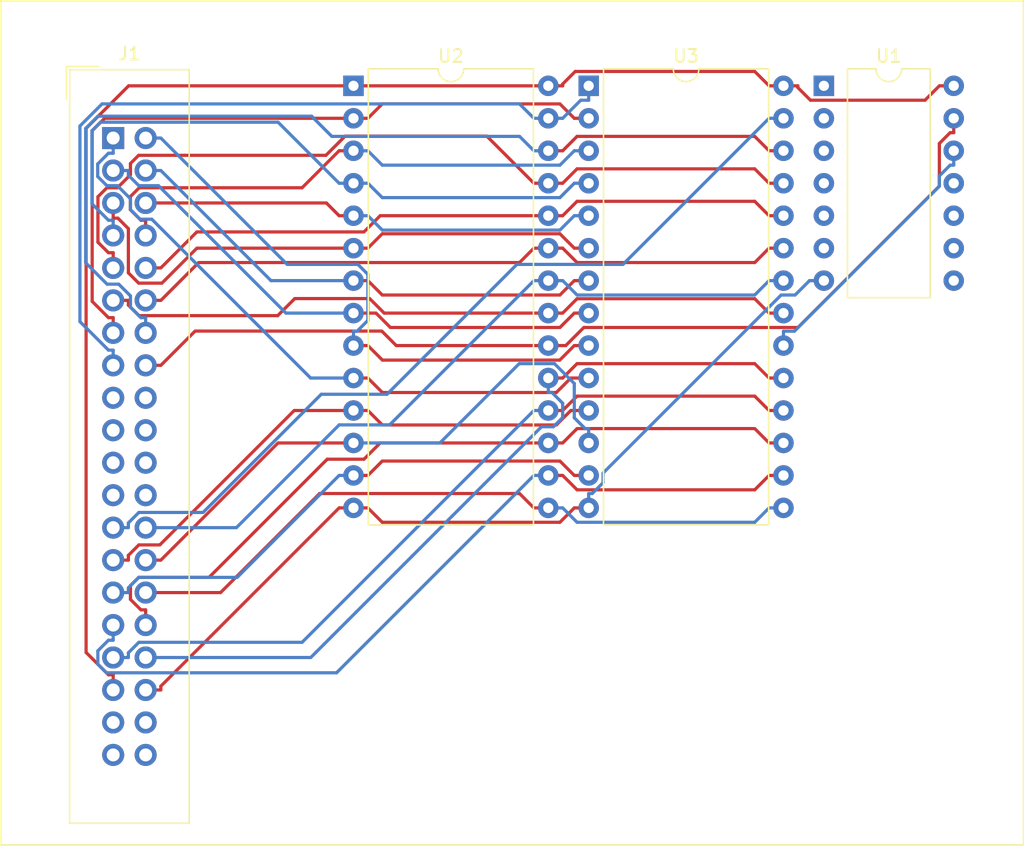
<source format=kicad_pcb>
(kicad_pcb (version 20171130) (host pcbnew "(5.1.0)-1")

  (general
    (thickness 1.6)
    (drawings 4)
    (tracks 363)
    (zones 0)
    (modules 4)
    (nets 52)
  )

  (page A4)
  (layers
    (0 F.Cu signal)
    (31 B.Cu signal)
    (32 B.Adhes user)
    (33 F.Adhes user)
    (34 B.Paste user)
    (35 F.Paste user)
    (36 B.SilkS user)
    (37 F.SilkS user)
    (38 B.Mask user)
    (39 F.Mask user)
    (40 Dwgs.User user)
    (41 Cmts.User user)
    (42 Eco1.User user)
    (43 Eco2.User user)
    (44 Edge.Cuts user)
    (45 Margin user)
    (46 B.CrtYd user)
    (47 F.CrtYd user)
    (48 B.Fab user)
    (49 F.Fab user)
  )

  (setup
    (last_trace_width 0.25)
    (trace_clearance 0.2)
    (zone_clearance 0.508)
    (zone_45_only no)
    (trace_min 0.2)
    (via_size 0.8)
    (via_drill 0.4)
    (via_min_size 0.4)
    (via_min_drill 0.3)
    (uvia_size 0.3)
    (uvia_drill 0.1)
    (uvias_allowed no)
    (uvia_min_size 0.2)
    (uvia_min_drill 0.1)
    (edge_width 0.05)
    (segment_width 0.2)
    (pcb_text_width 0.3)
    (pcb_text_size 1.5 1.5)
    (mod_edge_width 0.12)
    (mod_text_size 1 1)
    (mod_text_width 0.15)
    (pad_size 1.524 1.524)
    (pad_drill 0.762)
    (pad_to_mask_clearance 0.051)
    (solder_mask_min_width 0.25)
    (aux_axis_origin 0 0)
    (visible_elements 7FFFFFFF)
    (pcbplotparams
      (layerselection 0x010fc_ffffffff)
      (usegerberextensions false)
      (usegerberattributes false)
      (usegerberadvancedattributes false)
      (creategerberjobfile false)
      (excludeedgelayer true)
      (linewidth 0.100000)
      (plotframeref false)
      (viasonmask false)
      (mode 1)
      (useauxorigin false)
      (hpglpennumber 1)
      (hpglpenspeed 20)
      (hpglpendiameter 15.000000)
      (psnegative false)
      (psa4output false)
      (plotreference true)
      (plotvalue true)
      (plotinvisibletext false)
      (padsonsilk false)
      (subtractmaskfromsilk false)
      (outputformat 1)
      (mirror false)
      (drillshape 1)
      (scaleselection 1)
      (outputdirectory ""))
  )

  (net 0 "")
  (net 1 "Net-(J1-Pad40)")
  (net 2 "Net-(J1-Pad39)")
  (net 3 "Net-(J1-Pad38)")
  (net 4 "Net-(J1-Pad37)")
  (net 5 "Net-(J1-Pad36)")
  (net 6 "Net-(J1-Pad35)")
  (net 7 "Net-(J1-Pad34)")
  (net 8 "Net-(J1-Pad33)")
  (net 9 "Net-(J1-Pad32)")
  (net 10 "Net-(J1-Pad31)")
  (net 11 "Net-(J1-Pad30)")
  (net 12 "Net-(J1-Pad29)")
  (net 13 "Net-(J1-Pad28)")
  (net 14 "Net-(J1-Pad27)")
  (net 15 "Net-(J1-Pad26)")
  (net 16 "Net-(J1-Pad25)")
  (net 17 "Net-(J1-Pad24)")
  (net 18 "Net-(J1-Pad23)")
  (net 19 "Net-(J1-Pad22)")
  (net 20 "Net-(J1-Pad21)")
  (net 21 "Net-(J1-Pad20)")
  (net 22 "Net-(J1-Pad19)")
  (net 23 "Net-(J1-Pad18)")
  (net 24 "Net-(J1-Pad17)")
  (net 25 "Net-(J1-Pad16)")
  (net 26 "Net-(J1-Pad15)")
  (net 27 "Net-(J1-Pad14)")
  (net 28 "Net-(J1-Pad13)")
  (net 29 "Net-(J1-Pad12)")
  (net 30 "Net-(J1-Pad11)")
  (net 31 "Net-(J1-Pad10)")
  (net 32 "Net-(J1-Pad9)")
  (net 33 "Net-(J1-Pad8)")
  (net 34 "Net-(J1-Pad7)")
  (net 35 "Net-(J1-Pad6)")
  (net 36 "Net-(J1-Pad5)")
  (net 37 "Net-(J1-Pad4)")
  (net 38 "Net-(J1-Pad3)")
  (net 39 "Net-(J1-Pad2)")
  (net 40 "Net-(J1-Pad1)")
  (net 41 "Net-(U1-Pad6)")
  (net 42 "Net-(U1-Pad12)")
  (net 43 "Net-(U1-Pad5)")
  (net 44 "Net-(U1-Pad11)")
  (net 45 "Net-(U1-Pad4)")
  (net 46 "Net-(U1-Pad10)")
  (net 47 "Net-(U1-Pad3)")
  (net 48 "Net-(U1-Pad9)")
  (net 49 "Net-(U1-Pad2)")
  (net 50 "Net-(U1-Pad8)")
  (net 51 "Net-(U1-Pad1)")

  (net_class Default "This is the default net class."
    (clearance 0.2)
    (trace_width 0.25)
    (via_dia 0.8)
    (via_drill 0.4)
    (uvia_dia 0.3)
    (uvia_drill 0.1)
    (add_net "Net-(J1-Pad1)")
    (add_net "Net-(J1-Pad10)")
    (add_net "Net-(J1-Pad11)")
    (add_net "Net-(J1-Pad12)")
    (add_net "Net-(J1-Pad13)")
    (add_net "Net-(J1-Pad14)")
    (add_net "Net-(J1-Pad15)")
    (add_net "Net-(J1-Pad16)")
    (add_net "Net-(J1-Pad17)")
    (add_net "Net-(J1-Pad18)")
    (add_net "Net-(J1-Pad19)")
    (add_net "Net-(J1-Pad2)")
    (add_net "Net-(J1-Pad20)")
    (add_net "Net-(J1-Pad21)")
    (add_net "Net-(J1-Pad22)")
    (add_net "Net-(J1-Pad23)")
    (add_net "Net-(J1-Pad24)")
    (add_net "Net-(J1-Pad25)")
    (add_net "Net-(J1-Pad26)")
    (add_net "Net-(J1-Pad27)")
    (add_net "Net-(J1-Pad28)")
    (add_net "Net-(J1-Pad29)")
    (add_net "Net-(J1-Pad3)")
    (add_net "Net-(J1-Pad30)")
    (add_net "Net-(J1-Pad31)")
    (add_net "Net-(J1-Pad32)")
    (add_net "Net-(J1-Pad33)")
    (add_net "Net-(J1-Pad34)")
    (add_net "Net-(J1-Pad35)")
    (add_net "Net-(J1-Pad36)")
    (add_net "Net-(J1-Pad37)")
    (add_net "Net-(J1-Pad38)")
    (add_net "Net-(J1-Pad39)")
    (add_net "Net-(J1-Pad4)")
    (add_net "Net-(J1-Pad40)")
    (add_net "Net-(J1-Pad5)")
    (add_net "Net-(J1-Pad6)")
    (add_net "Net-(J1-Pad7)")
    (add_net "Net-(J1-Pad8)")
    (add_net "Net-(J1-Pad9)")
    (add_net "Net-(U1-Pad1)")
    (add_net "Net-(U1-Pad10)")
    (add_net "Net-(U1-Pad11)")
    (add_net "Net-(U1-Pad12)")
    (add_net "Net-(U1-Pad2)")
    (add_net "Net-(U1-Pad3)")
    (add_net "Net-(U1-Pad4)")
    (add_net "Net-(U1-Pad5)")
    (add_net "Net-(U1-Pad6)")
    (add_net "Net-(U1-Pad8)")
    (add_net "Net-(U1-Pad9)")
  )

  (module Package_DIP:DIP-28_W15.24mm (layer F.Cu) (tedit 5A02E8C5) (tstamp 5CDA1503)
    (at 65.045 25.705)
    (descr "28-lead though-hole mounted DIP package, row spacing 15.24 mm (600 mils)")
    (tags "THT DIP DIL PDIP 2.54mm 15.24mm 600mil")
    (path /5CF013FF)
    (fp_text reference U3 (at 7.62 -2.33) (layer F.SilkS)
      (effects (font (size 1 1) (thickness 0.15)))
    )
    (fp_text value KM62256D (at 7.62 35.35) (layer F.Fab)
      (effects (font (size 1 1) (thickness 0.15)))
    )
    (fp_text user %R (at 7.62 16.51) (layer F.Fab)
      (effects (font (size 1 1) (thickness 0.15)))
    )
    (fp_line (start 16.3 -1.55) (end -1.05 -1.55) (layer F.CrtYd) (width 0.05))
    (fp_line (start 16.3 34.55) (end 16.3 -1.55) (layer F.CrtYd) (width 0.05))
    (fp_line (start -1.05 34.55) (end 16.3 34.55) (layer F.CrtYd) (width 0.05))
    (fp_line (start -1.05 -1.55) (end -1.05 34.55) (layer F.CrtYd) (width 0.05))
    (fp_line (start 14.08 -1.33) (end 8.62 -1.33) (layer F.SilkS) (width 0.12))
    (fp_line (start 14.08 34.35) (end 14.08 -1.33) (layer F.SilkS) (width 0.12))
    (fp_line (start 1.16 34.35) (end 14.08 34.35) (layer F.SilkS) (width 0.12))
    (fp_line (start 1.16 -1.33) (end 1.16 34.35) (layer F.SilkS) (width 0.12))
    (fp_line (start 6.62 -1.33) (end 1.16 -1.33) (layer F.SilkS) (width 0.12))
    (fp_line (start 0.255 -0.27) (end 1.255 -1.27) (layer F.Fab) (width 0.1))
    (fp_line (start 0.255 34.29) (end 0.255 -0.27) (layer F.Fab) (width 0.1))
    (fp_line (start 14.985 34.29) (end 0.255 34.29) (layer F.Fab) (width 0.1))
    (fp_line (start 14.985 -1.27) (end 14.985 34.29) (layer F.Fab) (width 0.1))
    (fp_line (start 1.255 -1.27) (end 14.985 -1.27) (layer F.Fab) (width 0.1))
    (fp_arc (start 7.62 -1.33) (end 6.62 -1.33) (angle -180) (layer F.SilkS) (width 0.12))
    (pad 28 thru_hole oval (at 15.24 0) (size 1.6 1.6) (drill 0.8) (layers *.Cu *.Mask)
      (net 6 "Net-(J1-Pad35)"))
    (pad 14 thru_hole oval (at 0 33.02) (size 1.6 1.6) (drill 0.8) (layers *.Cu *.Mask)
      (net 5 "Net-(J1-Pad36)"))
    (pad 27 thru_hole oval (at 15.24 2.54) (size 1.6 1.6) (drill 0.8) (layers *.Cu *.Mask)
      (net 16 "Net-(J1-Pad25)"))
    (pad 13 thru_hole oval (at 0 30.48) (size 1.6 1.6) (drill 0.8) (layers *.Cu *.Mask)
      (net 12 "Net-(J1-Pad29)"))
    (pad 26 thru_hole oval (at 15.24 5.08) (size 1.6 1.6) (drill 0.8) (layers *.Cu *.Mask)
      (net 27 "Net-(J1-Pad14)"))
    (pad 12 thru_hole oval (at 0 27.94) (size 1.6 1.6) (drill 0.8) (layers *.Cu *.Mask)
      (net 13 "Net-(J1-Pad28)"))
    (pad 25 thru_hole oval (at 15.24 7.62) (size 1.6 1.6) (drill 0.8) (layers *.Cu *.Mask)
      (net 32 "Net-(J1-Pad9)"))
    (pad 11 thru_hole oval (at 0 25.4) (size 1.6 1.6) (drill 0.8) (layers *.Cu *.Mask)
      (net 14 "Net-(J1-Pad27)"))
    (pad 24 thru_hole oval (at 15.24 10.16) (size 1.6 1.6) (drill 0.8) (layers *.Cu *.Mask)
      (net 31 "Net-(J1-Pad10)"))
    (pad 10 thru_hole oval (at 0 22.86) (size 1.6 1.6) (drill 0.8) (layers *.Cu *.Mask)
      (net 40 "Net-(J1-Pad1)"))
    (pad 23 thru_hole oval (at 15.24 12.7) (size 1.6 1.6) (drill 0.8) (layers *.Cu *.Mask)
      (net 29 "Net-(J1-Pad12)"))
    (pad 9 thru_hole oval (at 0 20.32) (size 1.6 1.6) (drill 0.8) (layers *.Cu *.Mask)
      (net 39 "Net-(J1-Pad2)"))
    (pad 22 thru_hole oval (at 15.24 15.24) (size 1.6 1.6) (drill 0.8) (layers *.Cu *.Mask)
      (net 15 "Net-(J1-Pad26)"))
    (pad 8 thru_hole oval (at 0 17.78) (size 1.6 1.6) (drill 0.8) (layers *.Cu *.Mask)
      (net 38 "Net-(J1-Pad3)"))
    (pad 21 thru_hole oval (at 15.24 17.78) (size 1.6 1.6) (drill 0.8) (layers *.Cu *.Mask)
      (net 30 "Net-(J1-Pad11)"))
    (pad 7 thru_hole oval (at 0 15.24) (size 1.6 1.6) (drill 0.8) (layers *.Cu *.Mask)
      (net 37 "Net-(J1-Pad4)"))
    (pad 20 thru_hole oval (at 15.24 20.32) (size 1.6 1.6) (drill 0.8) (layers *.Cu *.Mask)
      (net 42 "Net-(U1-Pad12)"))
    (pad 6 thru_hole oval (at 0 12.7) (size 1.6 1.6) (drill 0.8) (layers *.Cu *.Mask)
      (net 36 "Net-(J1-Pad5)"))
    (pad 19 thru_hole oval (at 15.24 22.86) (size 1.6 1.6) (drill 0.8) (layers *.Cu *.Mask)
      (net 7 "Net-(J1-Pad34)"))
    (pad 5 thru_hole oval (at 0 10.16) (size 1.6 1.6) (drill 0.8) (layers *.Cu *.Mask)
      (net 35 "Net-(J1-Pad6)"))
    (pad 18 thru_hole oval (at 15.24 25.4) (size 1.6 1.6) (drill 0.8) (layers *.Cu *.Mask)
      (net 8 "Net-(J1-Pad33)"))
    (pad 4 thru_hole oval (at 0 7.62) (size 1.6 1.6) (drill 0.8) (layers *.Cu *.Mask)
      (net 34 "Net-(J1-Pad7)"))
    (pad 17 thru_hole oval (at 15.24 27.94) (size 1.6 1.6) (drill 0.8) (layers *.Cu *.Mask)
      (net 9 "Net-(J1-Pad32)"))
    (pad 3 thru_hole oval (at 0 5.08) (size 1.6 1.6) (drill 0.8) (layers *.Cu *.Mask)
      (net 33 "Net-(J1-Pad8)"))
    (pad 16 thru_hole oval (at 15.24 30.48) (size 1.6 1.6) (drill 0.8) (layers *.Cu *.Mask)
      (net 10 "Net-(J1-Pad31)"))
    (pad 2 thru_hole oval (at 0 2.54) (size 1.6 1.6) (drill 0.8) (layers *.Cu *.Mask)
      (net 28 "Net-(J1-Pad13)"))
    (pad 15 thru_hole oval (at 15.24 33.02) (size 1.6 1.6) (drill 0.8) (layers *.Cu *.Mask)
      (net 11 "Net-(J1-Pad30)"))
    (pad 1 thru_hole rect (at 0 0) (size 1.6 1.6) (drill 0.8) (layers *.Cu *.Mask)
      (net 26 "Net-(J1-Pad15)"))
    (model ${KISYS3DMOD}/Package_DIP.3dshapes/DIP-28_W15.24mm.wrl
      (at (xyz 0 0 0))
      (scale (xyz 1 1 1))
      (rotate (xyz 0 0 0))
    )
  )

  (module Package_DIP:DIP-28_W15.24mm (layer F.Cu) (tedit 5A02E8C5) (tstamp 5CDA14D3)
    (at 46.645 25.705)
    (descr "28-lead though-hole mounted DIP package, row spacing 15.24 mm (600 mils)")
    (tags "THT DIP DIL PDIP 2.54mm 15.24mm 600mil")
    (path /5CEFC3F3)
    (fp_text reference U2 (at 7.62 -2.33) (layer F.SilkS)
      (effects (font (size 1 1) (thickness 0.15)))
    )
    (fp_text value 27C256 (at 7.62 35.35) (layer F.Fab)
      (effects (font (size 1 1) (thickness 0.15)))
    )
    (fp_text user %R (at 7.62 16.51) (layer F.Fab)
      (effects (font (size 1 1) (thickness 0.15)))
    )
    (fp_line (start 16.3 -1.55) (end -1.05 -1.55) (layer F.CrtYd) (width 0.05))
    (fp_line (start 16.3 34.55) (end 16.3 -1.55) (layer F.CrtYd) (width 0.05))
    (fp_line (start -1.05 34.55) (end 16.3 34.55) (layer F.CrtYd) (width 0.05))
    (fp_line (start -1.05 -1.55) (end -1.05 34.55) (layer F.CrtYd) (width 0.05))
    (fp_line (start 14.08 -1.33) (end 8.62 -1.33) (layer F.SilkS) (width 0.12))
    (fp_line (start 14.08 34.35) (end 14.08 -1.33) (layer F.SilkS) (width 0.12))
    (fp_line (start 1.16 34.35) (end 14.08 34.35) (layer F.SilkS) (width 0.12))
    (fp_line (start 1.16 -1.33) (end 1.16 34.35) (layer F.SilkS) (width 0.12))
    (fp_line (start 6.62 -1.33) (end 1.16 -1.33) (layer F.SilkS) (width 0.12))
    (fp_line (start 0.255 -0.27) (end 1.255 -1.27) (layer F.Fab) (width 0.1))
    (fp_line (start 0.255 34.29) (end 0.255 -0.27) (layer F.Fab) (width 0.1))
    (fp_line (start 14.985 34.29) (end 0.255 34.29) (layer F.Fab) (width 0.1))
    (fp_line (start 14.985 -1.27) (end 14.985 34.29) (layer F.Fab) (width 0.1))
    (fp_line (start 1.255 -1.27) (end 14.985 -1.27) (layer F.Fab) (width 0.1))
    (fp_arc (start 7.62 -1.33) (end 6.62 -1.33) (angle -180) (layer F.SilkS) (width 0.12))
    (pad 28 thru_hole oval (at 15.24 0) (size 1.6 1.6) (drill 0.8) (layers *.Cu *.Mask)
      (net 6 "Net-(J1-Pad35)"))
    (pad 14 thru_hole oval (at 0 33.02) (size 1.6 1.6) (drill 0.8) (layers *.Cu *.Mask)
      (net 5 "Net-(J1-Pad36)"))
    (pad 27 thru_hole oval (at 15.24 2.54) (size 1.6 1.6) (drill 0.8) (layers *.Cu *.Mask)
      (net 26 "Net-(J1-Pad15)"))
    (pad 13 thru_hole oval (at 0 30.48) (size 1.6 1.6) (drill 0.8) (layers *.Cu *.Mask)
      (net 12 "Net-(J1-Pad29)"))
    (pad 26 thru_hole oval (at 15.24 5.08) (size 1.6 1.6) (drill 0.8) (layers *.Cu *.Mask)
      (net 27 "Net-(J1-Pad14)"))
    (pad 12 thru_hole oval (at 0 27.94) (size 1.6 1.6) (drill 0.8) (layers *.Cu *.Mask)
      (net 13 "Net-(J1-Pad28)"))
    (pad 25 thru_hole oval (at 15.24 7.62) (size 1.6 1.6) (drill 0.8) (layers *.Cu *.Mask)
      (net 32 "Net-(J1-Pad9)"))
    (pad 11 thru_hole oval (at 0 25.4) (size 1.6 1.6) (drill 0.8) (layers *.Cu *.Mask)
      (net 14 "Net-(J1-Pad27)"))
    (pad 24 thru_hole oval (at 15.24 10.16) (size 1.6 1.6) (drill 0.8) (layers *.Cu *.Mask)
      (net 31 "Net-(J1-Pad10)"))
    (pad 10 thru_hole oval (at 0 22.86) (size 1.6 1.6) (drill 0.8) (layers *.Cu *.Mask)
      (net 40 "Net-(J1-Pad1)"))
    (pad 23 thru_hole oval (at 15.24 12.7) (size 1.6 1.6) (drill 0.8) (layers *.Cu *.Mask)
      (net 29 "Net-(J1-Pad12)"))
    (pad 9 thru_hole oval (at 0 20.32) (size 1.6 1.6) (drill 0.8) (layers *.Cu *.Mask)
      (net 39 "Net-(J1-Pad2)"))
    (pad 22 thru_hole oval (at 15.24 15.24) (size 1.6 1.6) (drill 0.8) (layers *.Cu *.Mask)
      (net 15 "Net-(J1-Pad26)"))
    (pad 8 thru_hole oval (at 0 17.78) (size 1.6 1.6) (drill 0.8) (layers *.Cu *.Mask)
      (net 38 "Net-(J1-Pad3)"))
    (pad 21 thru_hole oval (at 15.24 17.78) (size 1.6 1.6) (drill 0.8) (layers *.Cu *.Mask)
      (net 30 "Net-(J1-Pad11)"))
    (pad 7 thru_hole oval (at 0 15.24) (size 1.6 1.6) (drill 0.8) (layers *.Cu *.Mask)
      (net 37 "Net-(J1-Pad4)"))
    (pad 20 thru_hole oval (at 15.24 20.32) (size 1.6 1.6) (drill 0.8) (layers *.Cu *.Mask)
      (net 25 "Net-(J1-Pad16)"))
    (pad 6 thru_hole oval (at 0 12.7) (size 1.6 1.6) (drill 0.8) (layers *.Cu *.Mask)
      (net 36 "Net-(J1-Pad5)"))
    (pad 19 thru_hole oval (at 15.24 22.86) (size 1.6 1.6) (drill 0.8) (layers *.Cu *.Mask)
      (net 7 "Net-(J1-Pad34)"))
    (pad 5 thru_hole oval (at 0 10.16) (size 1.6 1.6) (drill 0.8) (layers *.Cu *.Mask)
      (net 35 "Net-(J1-Pad6)"))
    (pad 18 thru_hole oval (at 15.24 25.4) (size 1.6 1.6) (drill 0.8) (layers *.Cu *.Mask)
      (net 8 "Net-(J1-Pad33)"))
    (pad 4 thru_hole oval (at 0 7.62) (size 1.6 1.6) (drill 0.8) (layers *.Cu *.Mask)
      (net 34 "Net-(J1-Pad7)"))
    (pad 17 thru_hole oval (at 15.24 27.94) (size 1.6 1.6) (drill 0.8) (layers *.Cu *.Mask)
      (net 9 "Net-(J1-Pad32)"))
    (pad 3 thru_hole oval (at 0 5.08) (size 1.6 1.6) (drill 0.8) (layers *.Cu *.Mask)
      (net 33 "Net-(J1-Pad8)"))
    (pad 16 thru_hole oval (at 15.24 30.48) (size 1.6 1.6) (drill 0.8) (layers *.Cu *.Mask)
      (net 10 "Net-(J1-Pad31)"))
    (pad 2 thru_hole oval (at 0 2.54) (size 1.6 1.6) (drill 0.8) (layers *.Cu *.Mask)
      (net 28 "Net-(J1-Pad13)"))
    (pad 15 thru_hole oval (at 15.24 33.02) (size 1.6 1.6) (drill 0.8) (layers *.Cu *.Mask)
      (net 11 "Net-(J1-Pad30)"))
    (pad 1 thru_hole rect (at 0 0) (size 1.6 1.6) (drill 0.8) (layers *.Cu *.Mask)
      (net 6 "Net-(J1-Pad35)"))
    (model ${KISYS3DMOD}/Package_DIP.3dshapes/DIP-28_W15.24mm.wrl
      (at (xyz 0 0 0))
      (scale (xyz 1 1 1))
      (rotate (xyz 0 0 0))
    )
  )

  (module Package_DIP:DIP-14_W10.16mm (layer F.Cu) (tedit 5A02E8C5) (tstamp 5CDA14A3)
    (at 83.445 25.705)
    (descr "14-lead though-hole mounted DIP package, row spacing 10.16 mm (400 mils)")
    (tags "THT DIP DIL PDIP 2.54mm 10.16mm 400mil")
    (path /5D08B10C)
    (fp_text reference U1 (at 5.08 -2.33) (layer F.SilkS)
      (effects (font (size 1 1) (thickness 0.15)))
    )
    (fp_text value SN74LS04N (at 5.08 17.57) (layer F.Fab)
      (effects (font (size 1 1) (thickness 0.15)))
    )
    (fp_text user %R (at 5.08 7.62) (layer F.Fab)
      (effects (font (size 1 1) (thickness 0.15)))
    )
    (fp_line (start 11.25 -1.55) (end -1.05 -1.55) (layer F.CrtYd) (width 0.05))
    (fp_line (start 11.25 16.8) (end 11.25 -1.55) (layer F.CrtYd) (width 0.05))
    (fp_line (start -1.05 16.8) (end 11.25 16.8) (layer F.CrtYd) (width 0.05))
    (fp_line (start -1.05 -1.55) (end -1.05 16.8) (layer F.CrtYd) (width 0.05))
    (fp_line (start 8.315 -1.33) (end 6.08 -1.33) (layer F.SilkS) (width 0.12))
    (fp_line (start 8.315 16.57) (end 8.315 -1.33) (layer F.SilkS) (width 0.12))
    (fp_line (start 1.845 16.57) (end 8.315 16.57) (layer F.SilkS) (width 0.12))
    (fp_line (start 1.845 -1.33) (end 1.845 16.57) (layer F.SilkS) (width 0.12))
    (fp_line (start 4.08 -1.33) (end 1.845 -1.33) (layer F.SilkS) (width 0.12))
    (fp_line (start 1.905 -0.27) (end 2.905 -1.27) (layer F.Fab) (width 0.1))
    (fp_line (start 1.905 16.51) (end 1.905 -0.27) (layer F.Fab) (width 0.1))
    (fp_line (start 8.255 16.51) (end 1.905 16.51) (layer F.Fab) (width 0.1))
    (fp_line (start 8.255 -1.27) (end 8.255 16.51) (layer F.Fab) (width 0.1))
    (fp_line (start 2.905 -1.27) (end 8.255 -1.27) (layer F.Fab) (width 0.1))
    (fp_arc (start 5.08 -1.33) (end 4.08 -1.33) (angle -180) (layer F.SilkS) (width 0.12))
    (pad 14 thru_hole oval (at 10.16 0) (size 1.6 1.6) (drill 0.8) (layers *.Cu *.Mask)
      (net 6 "Net-(J1-Pad35)"))
    (pad 7 thru_hole oval (at 0 15.24) (size 1.6 1.6) (drill 0.8) (layers *.Cu *.Mask)
      (net 5 "Net-(J1-Pad36)"))
    (pad 13 thru_hole oval (at 10.16 2.54) (size 1.6 1.6) (drill 0.8) (layers *.Cu *.Mask)
      (net 25 "Net-(J1-Pad16)"))
    (pad 6 thru_hole oval (at 0 12.7) (size 1.6 1.6) (drill 0.8) (layers *.Cu *.Mask)
      (net 41 "Net-(U1-Pad6)"))
    (pad 12 thru_hole oval (at 10.16 5.08) (size 1.6 1.6) (drill 0.8) (layers *.Cu *.Mask)
      (net 42 "Net-(U1-Pad12)"))
    (pad 5 thru_hole oval (at 0 10.16) (size 1.6 1.6) (drill 0.8) (layers *.Cu *.Mask)
      (net 43 "Net-(U1-Pad5)"))
    (pad 11 thru_hole oval (at 10.16 7.62) (size 1.6 1.6) (drill 0.8) (layers *.Cu *.Mask)
      (net 44 "Net-(U1-Pad11)"))
    (pad 4 thru_hole oval (at 0 7.62) (size 1.6 1.6) (drill 0.8) (layers *.Cu *.Mask)
      (net 45 "Net-(U1-Pad4)"))
    (pad 10 thru_hole oval (at 10.16 10.16) (size 1.6 1.6) (drill 0.8) (layers *.Cu *.Mask)
      (net 46 "Net-(U1-Pad10)"))
    (pad 3 thru_hole oval (at 0 5.08) (size 1.6 1.6) (drill 0.8) (layers *.Cu *.Mask)
      (net 47 "Net-(U1-Pad3)"))
    (pad 9 thru_hole oval (at 10.16 12.7) (size 1.6 1.6) (drill 0.8) (layers *.Cu *.Mask)
      (net 48 "Net-(U1-Pad9)"))
    (pad 2 thru_hole oval (at 0 2.54) (size 1.6 1.6) (drill 0.8) (layers *.Cu *.Mask)
      (net 49 "Net-(U1-Pad2)"))
    (pad 8 thru_hole oval (at 10.16 15.24) (size 1.6 1.6) (drill 0.8) (layers *.Cu *.Mask)
      (net 50 "Net-(U1-Pad8)"))
    (pad 1 thru_hole rect (at 0 0) (size 1.6 1.6) (drill 0.8) (layers *.Cu *.Mask)
      (net 51 "Net-(U1-Pad1)"))
    (model ${KISYS3DMOD}/Package_DIP.3dshapes/DIP-14_W10.16mm.wrl
      (at (xyz 0 0 0))
      (scale (xyz 1 1 1))
      (rotate (xyz 0 0 0))
    )
  )

  (module Connector_IDC:IDC-Header_2x20_P2.54mm_Vertical (layer F.Cu) (tedit 59DE12BE) (tstamp 5CDA143B)
    (at 27.845 29.79)
    (descr "Through hole straight IDC box header, 2x20, 2.54mm pitch, double rows")
    (tags "Through hole IDC box header THT 2x20 2.54mm double row")
    (path /5CBB6996)
    (fp_text reference J1 (at 1.27 -6.604) (layer F.SilkS)
      (effects (font (size 1 1) (thickness 0.15)))
    )
    (fp_text value Conn_02x20_Odd_Even (at 1.27 54.864) (layer F.Fab)
      (effects (font (size 1 1) (thickness 0.15)))
    )
    (fp_line (start -3.655 -5.6) (end -1.115 -5.6) (layer F.SilkS) (width 0.12))
    (fp_line (start -3.655 -5.6) (end -3.655 -3.06) (layer F.SilkS) (width 0.12))
    (fp_line (start -3.405 -5.35) (end 5.945 -5.35) (layer F.SilkS) (width 0.12))
    (fp_line (start -3.405 53.61) (end -3.405 -5.35) (layer F.SilkS) (width 0.12))
    (fp_line (start 5.945 53.61) (end -3.405 53.61) (layer F.SilkS) (width 0.12))
    (fp_line (start 5.945 -5.35) (end 5.945 53.61) (layer F.SilkS) (width 0.12))
    (fp_line (start -3.41 -5.35) (end 5.95 -5.35) (layer F.CrtYd) (width 0.05))
    (fp_line (start -3.41 53.61) (end -3.41 -5.35) (layer F.CrtYd) (width 0.05))
    (fp_line (start 5.95 53.61) (end -3.41 53.61) (layer F.CrtYd) (width 0.05))
    (fp_line (start 5.95 -5.35) (end 5.95 53.61) (layer F.CrtYd) (width 0.05))
    (fp_line (start -3.155 53.36) (end -2.605 52.8) (layer F.Fab) (width 0.1))
    (fp_line (start -3.155 -5.1) (end -2.605 -4.56) (layer F.Fab) (width 0.1))
    (fp_line (start 5.695 53.36) (end 5.145 52.8) (layer F.Fab) (width 0.1))
    (fp_line (start 5.695 -5.1) (end 5.145 -4.56) (layer F.Fab) (width 0.1))
    (fp_line (start 5.145 52.8) (end -2.605 52.8) (layer F.Fab) (width 0.1))
    (fp_line (start 5.695 53.36) (end -3.155 53.36) (layer F.Fab) (width 0.1))
    (fp_line (start 5.145 -4.56) (end -2.605 -4.56) (layer F.Fab) (width 0.1))
    (fp_line (start 5.695 -5.1) (end -3.155 -5.1) (layer F.Fab) (width 0.1))
    (fp_line (start -2.605 26.38) (end -3.155 26.38) (layer F.Fab) (width 0.1))
    (fp_line (start -2.605 21.88) (end -3.155 21.88) (layer F.Fab) (width 0.1))
    (fp_line (start -2.605 26.38) (end -2.605 52.8) (layer F.Fab) (width 0.1))
    (fp_line (start -2.605 -4.56) (end -2.605 21.88) (layer F.Fab) (width 0.1))
    (fp_line (start -3.155 -5.1) (end -3.155 53.36) (layer F.Fab) (width 0.1))
    (fp_line (start 5.145 -4.56) (end 5.145 52.8) (layer F.Fab) (width 0.1))
    (fp_line (start 5.695 -5.1) (end 5.695 53.36) (layer F.Fab) (width 0.1))
    (fp_text user %R (at 1.27 24.13) (layer F.Fab)
      (effects (font (size 1 1) (thickness 0.15)))
    )
    (pad 40 thru_hole oval (at 2.54 48.26) (size 1.7272 1.7272) (drill 1.016) (layers *.Cu *.Mask)
      (net 1 "Net-(J1-Pad40)"))
    (pad 39 thru_hole oval (at 0 48.26) (size 1.7272 1.7272) (drill 1.016) (layers *.Cu *.Mask)
      (net 2 "Net-(J1-Pad39)"))
    (pad 38 thru_hole oval (at 2.54 45.72) (size 1.7272 1.7272) (drill 1.016) (layers *.Cu *.Mask)
      (net 3 "Net-(J1-Pad38)"))
    (pad 37 thru_hole oval (at 0 45.72) (size 1.7272 1.7272) (drill 1.016) (layers *.Cu *.Mask)
      (net 4 "Net-(J1-Pad37)"))
    (pad 36 thru_hole oval (at 2.54 43.18) (size 1.7272 1.7272) (drill 1.016) (layers *.Cu *.Mask)
      (net 5 "Net-(J1-Pad36)"))
    (pad 35 thru_hole oval (at 0 43.18) (size 1.7272 1.7272) (drill 1.016) (layers *.Cu *.Mask)
      (net 6 "Net-(J1-Pad35)"))
    (pad 34 thru_hole oval (at 2.54 40.64) (size 1.7272 1.7272) (drill 1.016) (layers *.Cu *.Mask)
      (net 7 "Net-(J1-Pad34)"))
    (pad 33 thru_hole oval (at 0 40.64) (size 1.7272 1.7272) (drill 1.016) (layers *.Cu *.Mask)
      (net 8 "Net-(J1-Pad33)"))
    (pad 32 thru_hole oval (at 2.54 38.1) (size 1.7272 1.7272) (drill 1.016) (layers *.Cu *.Mask)
      (net 9 "Net-(J1-Pad32)"))
    (pad 31 thru_hole oval (at 0 38.1) (size 1.7272 1.7272) (drill 1.016) (layers *.Cu *.Mask)
      (net 10 "Net-(J1-Pad31)"))
    (pad 30 thru_hole oval (at 2.54 35.56) (size 1.7272 1.7272) (drill 1.016) (layers *.Cu *.Mask)
      (net 11 "Net-(J1-Pad30)"))
    (pad 29 thru_hole oval (at 0 35.56) (size 1.7272 1.7272) (drill 1.016) (layers *.Cu *.Mask)
      (net 12 "Net-(J1-Pad29)"))
    (pad 28 thru_hole oval (at 2.54 33.02) (size 1.7272 1.7272) (drill 1.016) (layers *.Cu *.Mask)
      (net 13 "Net-(J1-Pad28)"))
    (pad 27 thru_hole oval (at 0 33.02) (size 1.7272 1.7272) (drill 1.016) (layers *.Cu *.Mask)
      (net 14 "Net-(J1-Pad27)"))
    (pad 26 thru_hole oval (at 2.54 30.48) (size 1.7272 1.7272) (drill 1.016) (layers *.Cu *.Mask)
      (net 15 "Net-(J1-Pad26)"))
    (pad 25 thru_hole oval (at 0 30.48) (size 1.7272 1.7272) (drill 1.016) (layers *.Cu *.Mask)
      (net 16 "Net-(J1-Pad25)"))
    (pad 24 thru_hole oval (at 2.54 27.94) (size 1.7272 1.7272) (drill 1.016) (layers *.Cu *.Mask)
      (net 17 "Net-(J1-Pad24)"))
    (pad 23 thru_hole oval (at 0 27.94) (size 1.7272 1.7272) (drill 1.016) (layers *.Cu *.Mask)
      (net 18 "Net-(J1-Pad23)"))
    (pad 22 thru_hole oval (at 2.54 25.4) (size 1.7272 1.7272) (drill 1.016) (layers *.Cu *.Mask)
      (net 19 "Net-(J1-Pad22)"))
    (pad 21 thru_hole oval (at 0 25.4) (size 1.7272 1.7272) (drill 1.016) (layers *.Cu *.Mask)
      (net 20 "Net-(J1-Pad21)"))
    (pad 20 thru_hole oval (at 2.54 22.86) (size 1.7272 1.7272) (drill 1.016) (layers *.Cu *.Mask)
      (net 21 "Net-(J1-Pad20)"))
    (pad 19 thru_hole oval (at 0 22.86) (size 1.7272 1.7272) (drill 1.016) (layers *.Cu *.Mask)
      (net 22 "Net-(J1-Pad19)"))
    (pad 18 thru_hole oval (at 2.54 20.32) (size 1.7272 1.7272) (drill 1.016) (layers *.Cu *.Mask)
      (net 23 "Net-(J1-Pad18)"))
    (pad 17 thru_hole oval (at 0 20.32) (size 1.7272 1.7272) (drill 1.016) (layers *.Cu *.Mask)
      (net 24 "Net-(J1-Pad17)"))
    (pad 16 thru_hole oval (at 2.54 17.78) (size 1.7272 1.7272) (drill 1.016) (layers *.Cu *.Mask)
      (net 25 "Net-(J1-Pad16)"))
    (pad 15 thru_hole oval (at 0 17.78) (size 1.7272 1.7272) (drill 1.016) (layers *.Cu *.Mask)
      (net 26 "Net-(J1-Pad15)"))
    (pad 14 thru_hole oval (at 2.54 15.24) (size 1.7272 1.7272) (drill 1.016) (layers *.Cu *.Mask)
      (net 27 "Net-(J1-Pad14)"))
    (pad 13 thru_hole oval (at 0 15.24) (size 1.7272 1.7272) (drill 1.016) (layers *.Cu *.Mask)
      (net 28 "Net-(J1-Pad13)"))
    (pad 12 thru_hole oval (at 2.54 12.7) (size 1.7272 1.7272) (drill 1.016) (layers *.Cu *.Mask)
      (net 29 "Net-(J1-Pad12)"))
    (pad 11 thru_hole oval (at 0 12.7) (size 1.7272 1.7272) (drill 1.016) (layers *.Cu *.Mask)
      (net 30 "Net-(J1-Pad11)"))
    (pad 10 thru_hole oval (at 2.54 10.16) (size 1.7272 1.7272) (drill 1.016) (layers *.Cu *.Mask)
      (net 31 "Net-(J1-Pad10)"))
    (pad 9 thru_hole oval (at 0 10.16) (size 1.7272 1.7272) (drill 1.016) (layers *.Cu *.Mask)
      (net 32 "Net-(J1-Pad9)"))
    (pad 8 thru_hole oval (at 2.54 7.62) (size 1.7272 1.7272) (drill 1.016) (layers *.Cu *.Mask)
      (net 33 "Net-(J1-Pad8)"))
    (pad 7 thru_hole oval (at 0 7.62) (size 1.7272 1.7272) (drill 1.016) (layers *.Cu *.Mask)
      (net 34 "Net-(J1-Pad7)"))
    (pad 6 thru_hole oval (at 2.54 5.08) (size 1.7272 1.7272) (drill 1.016) (layers *.Cu *.Mask)
      (net 35 "Net-(J1-Pad6)"))
    (pad 5 thru_hole oval (at 0 5.08) (size 1.7272 1.7272) (drill 1.016) (layers *.Cu *.Mask)
      (net 36 "Net-(J1-Pad5)"))
    (pad 4 thru_hole oval (at 2.54 2.54) (size 1.7272 1.7272) (drill 1.016) (layers *.Cu *.Mask)
      (net 37 "Net-(J1-Pad4)"))
    (pad 3 thru_hole oval (at 0 2.54) (size 1.7272 1.7272) (drill 1.016) (layers *.Cu *.Mask)
      (net 38 "Net-(J1-Pad3)"))
    (pad 2 thru_hole oval (at 2.54 0) (size 1.7272 1.7272) (drill 1.016) (layers *.Cu *.Mask)
      (net 39 "Net-(J1-Pad2)"))
    (pad 1 thru_hole rect (at 0 0) (size 1.7272 1.7272) (drill 1.016) (layers *.Cu *.Mask)
      (net 40 "Net-(J1-Pad1)"))
    (model ${KISYS3DMOD}/Connector_IDC.3dshapes/IDC-Header_2x20_P2.54mm_Vertical.wrl
      (at (xyz 0 0 0))
      (scale (xyz 1 1 1))
      (rotate (xyz 0 0 0))
    )
  )

  (gr_line (start 19.05 85.09) (end 19.05 19.05) (layer F.SilkS) (width 0.12) (tstamp 5CDA1583))
  (gr_line (start 99.06 85.09) (end 19.05 85.09) (layer F.SilkS) (width 0.12))
  (gr_line (start 99.06 19.05) (end 99.06 85.09) (layer F.SilkS) (width 0.12))
  (gr_line (start 19.05 19.05) (end 99.06 19.05) (layer F.SilkS) (width 0.12))

  (segment (start 30.385 72.97) (end 31.5739 72.97) (width 0.25) (layer F.Cu) (net 5))
  (segment (start 46.645 58.725) (end 47.7703 58.725) (width 0.25) (layer F.Cu) (net 5))
  (segment (start 46.645 58.725) (end 45.5197 58.725) (width 0.25) (layer F.Cu) (net 5))
  (segment (start 31.5739 72.97) (end 31.5739 72.6708) (width 0.25) (layer F.Cu) (net 5))
  (segment (start 31.5739 72.6708) (end 45.5197 58.725) (width 0.25) (layer F.Cu) (net 5))
  (segment (start 63.9197 58.725) (end 62.7944 59.8503) (width 0.25) (layer F.Cu) (net 5))
  (segment (start 62.7944 59.8503) (end 48.8956 59.8503) (width 0.25) (layer F.Cu) (net 5))
  (segment (start 48.8956 59.8503) (end 47.7703 58.725) (width 0.25) (layer F.Cu) (net 5))
  (segment (start 65.045 58.725) (end 65.045 57.5997) (width 0.25) (layer B.Cu) (net 5))
  (segment (start 83.445 40.945) (end 82.3197 40.945) (width 0.25) (layer B.Cu) (net 5))
  (segment (start 82.3197 40.945) (end 81.1944 42.0703) (width 0.25) (layer B.Cu) (net 5))
  (segment (start 81.1944 42.0703) (end 80.0994 42.0703) (width 0.25) (layer B.Cu) (net 5))
  (segment (start 80.0994 42.0703) (end 66.1703 55.9994) (width 0.25) (layer B.Cu) (net 5))
  (segment (start 66.1703 55.9994) (end 66.1703 56.7558) (width 0.25) (layer B.Cu) (net 5))
  (segment (start 66.1703 56.7558) (end 65.3264 57.5997) (width 0.25) (layer B.Cu) (net 5))
  (segment (start 65.3264 57.5997) (end 65.045 57.5997) (width 0.25) (layer B.Cu) (net 5))
  (segment (start 65.045 58.725) (end 63.9197 58.725) (width 0.25) (layer F.Cu) (net 5))
  (segment (start 27.845 72.97) (end 27.845 71.7811) (width 0.25) (layer F.Cu) (net 6))
  (segment (start 27.845 71.7811) (end 27.4735 71.7811) (width 0.25) (layer F.Cu) (net 6))
  (segment (start 27.4735 71.7811) (end 25.7255 70.0331) (width 0.25) (layer F.Cu) (net 6))
  (segment (start 25.7255 70.0331) (end 25.7255 29.032) (width 0.25) (layer F.Cu) (net 6))
  (segment (start 25.7255 29.032) (end 29.0525 25.705) (width 0.25) (layer F.Cu) (net 6))
  (segment (start 29.0525 25.705) (end 46.645 25.705) (width 0.25) (layer F.Cu) (net 6))
  (segment (start 61.885 25.705) (end 63.0103 25.705) (width 0.25) (layer F.Cu) (net 6))
  (segment (start 63.0103 25.705) (end 63.0103 25.5642) (width 0.25) (layer F.Cu) (net 6))
  (segment (start 63.0103 25.5642) (end 63.9948 24.5797) (width 0.25) (layer F.Cu) (net 6))
  (segment (start 63.9948 24.5797) (end 78.0344 24.5797) (width 0.25) (layer F.Cu) (net 6))
  (segment (start 78.0344 24.5797) (end 79.1597 25.705) (width 0.25) (layer F.Cu) (net 6))
  (segment (start 46.645 25.705) (end 61.885 25.705) (width 0.25) (layer F.Cu) (net 6))
  (segment (start 80.285 25.705) (end 79.1597 25.705) (width 0.25) (layer F.Cu) (net 6))
  (segment (start 80.285 25.705) (end 81.4103 25.705) (width 0.25) (layer F.Cu) (net 6))
  (segment (start 93.605 25.705) (end 92.4797 25.705) (width 0.25) (layer F.Cu) (net 6))
  (segment (start 92.4797 25.705) (end 91.3544 26.8303) (width 0.25) (layer F.Cu) (net 6))
  (segment (start 91.3544 26.8303) (end 82.3948 26.8303) (width 0.25) (layer F.Cu) (net 6))
  (segment (start 82.3948 26.8303) (end 81.4103 25.8458) (width 0.25) (layer F.Cu) (net 6))
  (segment (start 81.4103 25.8458) (end 81.4103 25.705) (width 0.25) (layer F.Cu) (net 6))
  (segment (start 61.885 49.6903) (end 62.1664 49.6903) (width 0.25) (layer B.Cu) (net 7))
  (segment (start 62.1664 49.6903) (end 63.0103 50.5342) (width 0.25) (layer B.Cu) (net 7))
  (segment (start 63.0103 50.5342) (end 63.0103 51.6515) (width 0.25) (layer B.Cu) (net 7))
  (segment (start 63.0103 51.6515) (end 62.2868 52.375) (width 0.25) (layer B.Cu) (net 7))
  (segment (start 62.2868 52.375) (end 61.3548 52.375) (width 0.25) (layer B.Cu) (net 7))
  (segment (start 61.3548 52.375) (end 43.2998 70.43) (width 0.25) (layer B.Cu) (net 7))
  (segment (start 43.2998 70.43) (end 30.385 70.43) (width 0.25) (layer B.Cu) (net 7))
  (segment (start 80.285 48.565) (end 79.1597 48.565) (width 0.25) (layer F.Cu) (net 7))
  (segment (start 61.885 48.565) (end 63.0103 48.565) (width 0.25) (layer F.Cu) (net 7))
  (segment (start 63.0103 48.565) (end 64.1356 47.4397) (width 0.25) (layer F.Cu) (net 7))
  (segment (start 64.1356 47.4397) (end 78.0344 47.4397) (width 0.25) (layer F.Cu) (net 7))
  (segment (start 78.0344 47.4397) (end 79.1597 48.565) (width 0.25) (layer F.Cu) (net 7))
  (segment (start 61.885 48.565) (end 61.885 49.6903) (width 0.25) (layer B.Cu) (net 7))
  (segment (start 61.885 51.105) (end 60.7597 51.105) (width 0.25) (layer B.Cu) (net 8))
  (segment (start 27.845 70.43) (end 29.0339 70.43) (width 0.25) (layer B.Cu) (net 8))
  (segment (start 29.0339 70.43) (end 29.0339 70.0584) (width 0.25) (layer B.Cu) (net 8))
  (segment (start 29.0339 70.0584) (end 29.8512 69.2411) (width 0.25) (layer B.Cu) (net 8))
  (segment (start 29.8512 69.2411) (end 42.6236 69.2411) (width 0.25) (layer B.Cu) (net 8))
  (segment (start 42.6236 69.2411) (end 60.7597 51.105) (width 0.25) (layer B.Cu) (net 8))
  (segment (start 80.285 51.105) (end 79.1597 51.105) (width 0.25) (layer F.Cu) (net 8))
  (segment (start 61.885 51.105) (end 63.0103 51.105) (width 0.25) (layer F.Cu) (net 8))
  (segment (start 63.0103 51.105) (end 64.1356 49.9797) (width 0.25) (layer F.Cu) (net 8))
  (segment (start 64.1356 49.9797) (end 78.0344 49.9797) (width 0.25) (layer F.Cu) (net 8))
  (segment (start 78.0344 49.9797) (end 79.1597 51.105) (width 0.25) (layer F.Cu) (net 8))
  (segment (start 30.385 67.89) (end 30.385 66.7011) (width 0.25) (layer F.Cu) (net 9))
  (segment (start 30.385 66.7011) (end 30.0135 66.7011) (width 0.25) (layer F.Cu) (net 9))
  (segment (start 30.0135 66.7011) (end 29.196 65.8836) (width 0.25) (layer F.Cu) (net 9))
  (segment (start 29.196 65.8836) (end 29.196 64.801) (width 0.25) (layer F.Cu) (net 9))
  (segment (start 29.196 64.801) (end 29.836 64.161) (width 0.25) (layer F.Cu) (net 9))
  (segment (start 29.836 64.161) (end 35.3444 64.161) (width 0.25) (layer F.Cu) (net 9))
  (segment (start 35.3444 64.161) (end 44.5904 54.915) (width 0.25) (layer F.Cu) (net 9))
  (segment (start 44.5904 54.915) (end 47.4647 54.915) (width 0.25) (layer F.Cu) (net 9))
  (segment (start 47.4647 54.915) (end 48.7347 53.645) (width 0.25) (layer F.Cu) (net 9))
  (segment (start 48.7347 53.645) (end 61.885 53.645) (width 0.25) (layer F.Cu) (net 9))
  (segment (start 80.285 53.645) (end 79.1597 53.645) (width 0.25) (layer F.Cu) (net 9))
  (segment (start 61.885 53.645) (end 63.0103 53.645) (width 0.25) (layer F.Cu) (net 9))
  (segment (start 63.0103 53.645) (end 64.1356 52.5197) (width 0.25) (layer F.Cu) (net 9))
  (segment (start 64.1356 52.5197) (end 78.0344 52.5197) (width 0.25) (layer F.Cu) (net 9))
  (segment (start 78.0344 52.5197) (end 79.1597 53.645) (width 0.25) (layer F.Cu) (net 9))
  (segment (start 61.885 56.185) (end 60.7597 56.185) (width 0.25) (layer B.Cu) (net 10))
  (segment (start 27.845 67.89) (end 27.845 69.0789) (width 0.25) (layer B.Cu) (net 10))
  (segment (start 27.845 69.0789) (end 27.4735 69.0789) (width 0.25) (layer B.Cu) (net 10))
  (segment (start 27.4735 69.0789) (end 26.6453 69.9071) (width 0.25) (layer B.Cu) (net 10))
  (segment (start 26.6453 69.9071) (end 26.6453 70.9492) (width 0.25) (layer B.Cu) (net 10))
  (segment (start 26.6453 70.9492) (end 27.3211 71.625) (width 0.25) (layer B.Cu) (net 10))
  (segment (start 27.3211 71.625) (end 45.3197 71.625) (width 0.25) (layer B.Cu) (net 10))
  (segment (start 45.3197 71.625) (end 60.7597 56.185) (width 0.25) (layer B.Cu) (net 10))
  (segment (start 61.885 56.185) (end 63.0103 56.185) (width 0.25) (layer F.Cu) (net 10))
  (segment (start 80.285 56.185) (end 79.1597 56.185) (width 0.25) (layer F.Cu) (net 10))
  (segment (start 79.1597 56.185) (end 78.0344 57.3103) (width 0.25) (layer F.Cu) (net 10))
  (segment (start 78.0344 57.3103) (end 64.1356 57.3103) (width 0.25) (layer F.Cu) (net 10))
  (segment (start 64.1356 57.3103) (end 63.0103 56.185) (width 0.25) (layer F.Cu) (net 10))
  (segment (start 61.885 58.725) (end 60.7597 58.725) (width 0.25) (layer F.Cu) (net 11))
  (segment (start 30.385 65.35) (end 36.245 65.35) (width 0.25) (layer F.Cu) (net 11))
  (segment (start 36.245 65.35) (end 43.9953 57.5997) (width 0.25) (layer F.Cu) (net 11))
  (segment (start 43.9953 57.5997) (end 59.6344 57.5997) (width 0.25) (layer F.Cu) (net 11))
  (segment (start 59.6344 57.5997) (end 60.7597 58.725) (width 0.25) (layer F.Cu) (net 11))
  (segment (start 80.285 58.725) (end 79.1597 58.725) (width 0.25) (layer B.Cu) (net 11))
  (segment (start 61.885 58.725) (end 63.0103 58.725) (width 0.25) (layer B.Cu) (net 11))
  (segment (start 63.0103 58.725) (end 64.1356 59.8503) (width 0.25) (layer B.Cu) (net 11))
  (segment (start 64.1356 59.8503) (end 78.0344 59.8503) (width 0.25) (layer B.Cu) (net 11))
  (segment (start 78.0344 59.8503) (end 79.1597 58.725) (width 0.25) (layer B.Cu) (net 11))
  (segment (start 65.045 56.185) (end 63.9197 56.185) (width 0.25) (layer F.Cu) (net 12))
  (segment (start 46.645 56.185) (end 47.7703 56.185) (width 0.25) (layer F.Cu) (net 12))
  (segment (start 47.7703 56.185) (end 48.8956 55.0597) (width 0.25) (layer F.Cu) (net 12))
  (segment (start 48.8956 55.0597) (end 62.7944 55.0597) (width 0.25) (layer F.Cu) (net 12))
  (segment (start 62.7944 55.0597) (end 63.9197 56.185) (width 0.25) (layer F.Cu) (net 12))
  (segment (start 46.645 56.185) (end 45.5197 56.185) (width 0.25) (layer B.Cu) (net 12))
  (segment (start 27.845 65.35) (end 29.0339 65.35) (width 0.25) (layer B.Cu) (net 12))
  (segment (start 29.0339 65.35) (end 29.0339 64.9784) (width 0.25) (layer B.Cu) (net 12))
  (segment (start 29.0339 64.9784) (end 29.8512 64.1611) (width 0.25) (layer B.Cu) (net 12))
  (segment (start 29.8512 64.1611) (end 37.5436 64.1611) (width 0.25) (layer B.Cu) (net 12))
  (segment (start 37.5436 64.1611) (end 45.5197 56.185) (width 0.25) (layer B.Cu) (net 12))
  (segment (start 31.5739 62.81) (end 40.7389 53.645) (width 0.25) (layer F.Cu) (net 13))
  (segment (start 40.7389 53.645) (end 46.645 53.645) (width 0.25) (layer F.Cu) (net 13))
  (segment (start 30.385 62.81) (end 31.5739 62.81) (width 0.25) (layer F.Cu) (net 13))
  (segment (start 65.045 53.645) (end 65.045 52.5197) (width 0.25) (layer B.Cu) (net 13))
  (segment (start 46.645 53.645) (end 53.4056 53.645) (width 0.25) (layer B.Cu) (net 13))
  (segment (start 53.4056 53.645) (end 59.6109 47.4397) (width 0.25) (layer B.Cu) (net 13))
  (segment (start 59.6109 47.4397) (end 62.3661 47.4397) (width 0.25) (layer B.Cu) (net 13))
  (segment (start 62.3661 47.4397) (end 63.9197 48.9933) (width 0.25) (layer B.Cu) (net 13))
  (segment (start 63.9197 48.9933) (end 63.9197 51.6758) (width 0.25) (layer B.Cu) (net 13))
  (segment (start 63.9197 51.6758) (end 64.7636 52.5197) (width 0.25) (layer B.Cu) (net 13))
  (segment (start 64.7636 52.5197) (end 65.045 52.5197) (width 0.25) (layer B.Cu) (net 13))
  (segment (start 27.845 62.81) (end 29.0339 62.81) (width 0.25) (layer F.Cu) (net 14))
  (segment (start 29.0339 62.81) (end 29.0339 62.4384) (width 0.25) (layer F.Cu) (net 14))
  (segment (start 29.0339 62.4384) (end 29.8512 61.6211) (width 0.25) (layer F.Cu) (net 14))
  (segment (start 29.8512 61.6211) (end 31.4929 61.6211) (width 0.25) (layer F.Cu) (net 14))
  (segment (start 31.4929 61.6211) (end 42.009 51.105) (width 0.25) (layer F.Cu) (net 14))
  (segment (start 42.009 51.105) (end 46.645 51.105) (width 0.25) (layer F.Cu) (net 14))
  (segment (start 46.645 51.105) (end 47.7703 51.105) (width 0.25) (layer F.Cu) (net 14))
  (segment (start 47.7703 51.105) (end 48.9035 52.2382) (width 0.25) (layer F.Cu) (net 14))
  (segment (start 48.9035 52.2382) (end 62.514 52.2382) (width 0.25) (layer F.Cu) (net 14))
  (segment (start 62.514 52.2382) (end 63.6472 51.105) (width 0.25) (layer F.Cu) (net 14))
  (segment (start 63.6472 51.105) (end 65.045 51.105) (width 0.25) (layer F.Cu) (net 14))
  (segment (start 61.885 40.945) (end 60.7597 40.945) (width 0.25) (layer B.Cu) (net 15))
  (segment (start 30.385 60.27) (end 37.4847 60.27) (width 0.25) (layer B.Cu) (net 15))
  (segment (start 37.4847 60.27) (end 45.5244 52.2303) (width 0.25) (layer B.Cu) (net 15))
  (segment (start 45.5244 52.2303) (end 49.4744 52.2303) (width 0.25) (layer B.Cu) (net 15))
  (segment (start 49.4744 52.2303) (end 60.7597 40.945) (width 0.25) (layer B.Cu) (net 15))
  (segment (start 61.885 40.945) (end 63.0103 40.945) (width 0.25) (layer B.Cu) (net 15))
  (segment (start 63.0103 40.945) (end 64.1356 42.0703) (width 0.25) (layer B.Cu) (net 15))
  (segment (start 64.1356 42.0703) (end 78.0344 42.0703) (width 0.25) (layer B.Cu) (net 15))
  (segment (start 78.0344 42.0703) (end 79.1597 40.945) (width 0.25) (layer B.Cu) (net 15))
  (segment (start 80.285 40.945) (end 79.1597 40.945) (width 0.25) (layer B.Cu) (net 15))
  (segment (start 80.285 28.245) (end 79.1597 28.245) (width 0.25) (layer B.Cu) (net 16))
  (segment (start 27.845 60.27) (end 29.0339 60.27) (width 0.25) (layer B.Cu) (net 16))
  (segment (start 29.0339 60.27) (end 29.0339 59.8984) (width 0.25) (layer B.Cu) (net 16))
  (segment (start 29.0339 59.8984) (end 29.8512 59.0811) (width 0.25) (layer B.Cu) (net 16))
  (segment (start 29.8512 59.0811) (end 34.8778 59.0811) (width 0.25) (layer B.Cu) (net 16))
  (segment (start 34.8778 59.0811) (end 44.1239 49.835) (width 0.25) (layer B.Cu) (net 16))
  (segment (start 44.1239 49.835) (end 49.2652 49.835) (width 0.25) (layer B.Cu) (net 16))
  (segment (start 49.2652 49.835) (end 59.4252 39.675) (width 0.25) (layer B.Cu) (net 16))
  (segment (start 59.4252 39.675) (end 67.7297 39.675) (width 0.25) (layer B.Cu) (net 16))
  (segment (start 67.7297 39.675) (end 79.1597 28.245) (width 0.25) (layer B.Cu) (net 16))
  (segment (start 93.605 28.245) (end 93.605 29.3703) (width 0.25) (layer F.Cu) (net 25))
  (segment (start 93.605 29.3703) (end 93.3236 29.3703) (width 0.25) (layer F.Cu) (net 25))
  (segment (start 93.3236 29.3703) (end 92.4797 30.2142) (width 0.25) (layer F.Cu) (net 25))
  (segment (start 92.4797 30.2142) (end 92.4797 33.5496) (width 0.25) (layer F.Cu) (net 25))
  (segment (start 92.4797 33.5496) (end 81.4189 44.6104) (width 0.25) (layer F.Cu) (net 25))
  (segment (start 81.4189 44.6104) (end 64.6644 44.6104) (width 0.25) (layer F.Cu) (net 25))
  (segment (start 64.6644 44.6104) (end 63.2498 46.025) (width 0.25) (layer F.Cu) (net 25))
  (segment (start 63.2498 46.025) (end 61.885 46.025) (width 0.25) (layer F.Cu) (net 25))
  (segment (start 30.385 47.57) (end 31.5739 47.57) (width 0.25) (layer F.Cu) (net 25))
  (segment (start 31.5739 47.57) (end 34.2522 44.8917) (width 0.25) (layer F.Cu) (net 25))
  (segment (start 34.2522 44.8917) (end 48.8587 44.8917) (width 0.25) (layer F.Cu) (net 25))
  (segment (start 48.8587 44.8917) (end 49.992 46.025) (width 0.25) (layer F.Cu) (net 25))
  (segment (start 49.992 46.025) (end 61.885 46.025) (width 0.25) (layer F.Cu) (net 25))
  (segment (start 60.7597 28.245) (end 59.6344 27.1197) (width 0.25) (layer B.Cu) (net 26))
  (segment (start 59.6344 27.1197) (end 26.9729 27.1197) (width 0.25) (layer B.Cu) (net 26))
  (segment (start 26.9729 27.1197) (end 25.2435 28.8491) (width 0.25) (layer B.Cu) (net 26))
  (segment (start 25.2435 28.8491) (end 25.2435 44.1511) (width 0.25) (layer B.Cu) (net 26))
  (segment (start 25.2435 44.1511) (end 27.4735 46.3811) (width 0.25) (layer B.Cu) (net 26))
  (segment (start 27.4735 46.3811) (end 27.845 46.3811) (width 0.25) (layer B.Cu) (net 26))
  (segment (start 61.885 28.245) (end 60.7597 28.245) (width 0.25) (layer B.Cu) (net 26))
  (segment (start 27.845 47.57) (end 27.845 46.3811) (width 0.25) (layer B.Cu) (net 26))
  (segment (start 65.045 25.705) (end 65.045 26.8303) (width 0.25) (layer B.Cu) (net 26))
  (segment (start 61.885 28.245) (end 63.0103 28.245) (width 0.25) (layer B.Cu) (net 26))
  (segment (start 63.0103 28.245) (end 64.425 26.8303) (width 0.25) (layer B.Cu) (net 26))
  (segment (start 64.425 26.8303) (end 65.045 26.8303) (width 0.25) (layer B.Cu) (net 26))
  (segment (start 61.885 30.785) (end 60.7597 30.785) (width 0.25) (layer B.Cu) (net 27))
  (segment (start 30.385 45.03) (end 30.385 43.8411) (width 0.25) (layer B.Cu) (net 27))
  (segment (start 30.385 43.8411) (end 30.0134 43.8411) (width 0.25) (layer B.Cu) (net 27))
  (segment (start 30.0134 43.8411) (end 29.1961 43.0238) (width 0.25) (layer B.Cu) (net 27))
  (segment (start 29.1961 43.0238) (end 29.1961 42.1378) (width 0.25) (layer B.Cu) (net 27))
  (segment (start 29.1961 42.1378) (end 28.2783 41.22) (width 0.25) (layer B.Cu) (net 27))
  (segment (start 28.2783 41.22) (end 27.3657 41.22) (width 0.25) (layer B.Cu) (net 27))
  (segment (start 27.3657 41.22) (end 25.6939 39.5482) (width 0.25) (layer B.Cu) (net 27))
  (segment (start 25.6939 39.5482) (end 25.6939 29.0356) (width 0.25) (layer B.Cu) (net 27))
  (segment (start 25.6939 29.0356) (end 26.65 28.0795) (width 0.25) (layer B.Cu) (net 27))
  (segment (start 26.65 28.0795) (end 43.3681 28.0795) (width 0.25) (layer B.Cu) (net 27))
  (segment (start 43.3681 28.0795) (end 44.9483 29.6597) (width 0.25) (layer B.Cu) (net 27))
  (segment (start 44.9483 29.6597) (end 59.6344 29.6597) (width 0.25) (layer B.Cu) (net 27))
  (segment (start 59.6344 29.6597) (end 60.7597 30.785) (width 0.25) (layer B.Cu) (net 27))
  (segment (start 80.285 30.785) (end 79.1597 30.785) (width 0.25) (layer F.Cu) (net 27))
  (segment (start 61.885 30.785) (end 63.0103 30.785) (width 0.25) (layer F.Cu) (net 27))
  (segment (start 63.0103 30.785) (end 64.1356 29.6597) (width 0.25) (layer F.Cu) (net 27))
  (segment (start 64.1356 29.6597) (end 78.0344 29.6597) (width 0.25) (layer F.Cu) (net 27))
  (segment (start 78.0344 29.6597) (end 79.1597 30.785) (width 0.25) (layer F.Cu) (net 27))
  (segment (start 27.845 45.03) (end 27.845 43.8411) (width 0.25) (layer F.Cu) (net 28))
  (segment (start 27.845 43.8411) (end 27.4735 43.8411) (width 0.25) (layer F.Cu) (net 28))
  (segment (start 27.4735 43.8411) (end 26.2014 42.569) (width 0.25) (layer F.Cu) (net 28))
  (segment (start 26.2014 42.569) (end 26.2014 29.2189) (width 0.25) (layer F.Cu) (net 28))
  (segment (start 26.2014 29.2189) (end 27.1753 28.245) (width 0.25) (layer F.Cu) (net 28))
  (segment (start 27.1753 28.245) (end 46.645 28.245) (width 0.25) (layer F.Cu) (net 28))
  (segment (start 65.045 28.245) (end 63.9197 28.245) (width 0.25) (layer F.Cu) (net 28))
  (segment (start 46.645 28.245) (end 47.7703 28.245) (width 0.25) (layer F.Cu) (net 28))
  (segment (start 47.7703 28.245) (end 48.8956 27.1197) (width 0.25) (layer F.Cu) (net 28))
  (segment (start 48.8956 27.1197) (end 62.7944 27.1197) (width 0.25) (layer F.Cu) (net 28))
  (segment (start 62.7944 27.1197) (end 63.9197 28.245) (width 0.25) (layer F.Cu) (net 28))
  (segment (start 61.885 38.405) (end 60.7597 38.405) (width 0.25) (layer F.Cu) (net 29))
  (segment (start 30.385 42.49) (end 31.5739 42.49) (width 0.25) (layer F.Cu) (net 29))
  (segment (start 31.5739 42.49) (end 34.5336 39.5303) (width 0.25) (layer F.Cu) (net 29))
  (segment (start 34.5336 39.5303) (end 59.6344 39.5303) (width 0.25) (layer F.Cu) (net 29))
  (segment (start 59.6344 39.5303) (end 60.7597 38.405) (width 0.25) (layer F.Cu) (net 29))
  (segment (start 61.885 38.405) (end 63.0103 38.405) (width 0.25) (layer F.Cu) (net 29))
  (segment (start 80.285 38.405) (end 79.1597 38.405) (width 0.25) (layer F.Cu) (net 29))
  (segment (start 79.1597 38.405) (end 78.0344 39.5303) (width 0.25) (layer F.Cu) (net 29))
  (segment (start 78.0344 39.5303) (end 64.1356 39.5303) (width 0.25) (layer F.Cu) (net 29))
  (segment (start 64.1356 39.5303) (end 63.0103 38.405) (width 0.25) (layer F.Cu) (net 29))
  (segment (start 27.845 42.49) (end 29.0339 42.49) (width 0.25) (layer F.Cu) (net 30))
  (segment (start 29.0339 42.49) (end 29.0339 42.8615) (width 0.25) (layer F.Cu) (net 30))
  (segment (start 29.0339 42.8615) (end 29.8564 43.684) (width 0.25) (layer F.Cu) (net 30))
  (segment (start 29.8564 43.684) (end 40.7155 43.684) (width 0.25) (layer F.Cu) (net 30))
  (segment (start 40.7155 43.684) (end 42.0508 42.3487) (width 0.25) (layer F.Cu) (net 30))
  (segment (start 42.0508 42.3487) (end 47.9079 42.3487) (width 0.25) (layer F.Cu) (net 30))
  (segment (start 47.9079 42.3487) (end 49.0442 43.485) (width 0.25) (layer F.Cu) (net 30))
  (segment (start 49.0442 43.485) (end 61.885 43.485) (width 0.25) (layer F.Cu) (net 30))
  (segment (start 80.285 43.485) (end 79.1597 43.485) (width 0.25) (layer F.Cu) (net 30))
  (segment (start 61.885 43.485) (end 63.0103 43.485) (width 0.25) (layer F.Cu) (net 30))
  (segment (start 63.0103 43.485) (end 64.1356 42.3597) (width 0.25) (layer F.Cu) (net 30))
  (segment (start 64.1356 42.3597) (end 78.0344 42.3597) (width 0.25) (layer F.Cu) (net 30))
  (segment (start 78.0344 42.3597) (end 79.1597 43.485) (width 0.25) (layer F.Cu) (net 30))
  (segment (start 30.385 39.95) (end 31.5739 39.95) (width 0.25) (layer F.Cu) (net 31))
  (segment (start 31.5739 39.95) (end 34.3889 37.135) (width 0.25) (layer F.Cu) (net 31))
  (segment (start 34.3889 37.135) (end 47.4647 37.135) (width 0.25) (layer F.Cu) (net 31))
  (segment (start 47.4647 37.135) (end 48.7347 35.865) (width 0.25) (layer F.Cu) (net 31))
  (segment (start 48.7347 35.865) (end 61.885 35.865) (width 0.25) (layer F.Cu) (net 31))
  (segment (start 80.285 35.865) (end 79.1597 35.865) (width 0.25) (layer F.Cu) (net 31))
  (segment (start 61.885 35.865) (end 63.0103 35.865) (width 0.25) (layer F.Cu) (net 31))
  (segment (start 63.0103 35.865) (end 64.1356 34.7397) (width 0.25) (layer F.Cu) (net 31))
  (segment (start 64.1356 34.7397) (end 78.0344 34.7397) (width 0.25) (layer F.Cu) (net 31))
  (segment (start 78.0344 34.7397) (end 79.1597 35.865) (width 0.25) (layer F.Cu) (net 31))
  (segment (start 61.885 33.325) (end 60.7597 33.325) (width 0.25) (layer F.Cu) (net 32))
  (segment (start 27.845 39.95) (end 27.845 38.7611) (width 0.25) (layer F.Cu) (net 32))
  (segment (start 27.845 38.7611) (end 27.4735 38.7611) (width 0.25) (layer F.Cu) (net 32))
  (segment (start 27.4735 38.7611) (end 26.6518 37.9394) (width 0.25) (layer F.Cu) (net 32))
  (segment (start 26.6518 37.9394) (end 26.6518 34.3815) (width 0.25) (layer F.Cu) (net 32))
  (segment (start 26.6518 34.3815) (end 27.3535 33.6798) (width 0.25) (layer F.Cu) (net 32))
  (segment (start 27.3535 33.6798) (end 28.1776 33.6798) (width 0.25) (layer F.Cu) (net 32))
  (segment (start 28.1776 33.6798) (end 29.196 32.6614) (width 0.25) (layer F.Cu) (net 32))
  (segment (start 29.196 32.6614) (end 29.196 31.781) (width 0.25) (layer F.Cu) (net 32))
  (segment (start 29.196 31.781) (end 29.8359 31.1411) (width 0.25) (layer F.Cu) (net 32))
  (segment (start 29.8359 31.1411) (end 44.4887 31.1411) (width 0.25) (layer F.Cu) (net 32))
  (segment (start 44.4887 31.1411) (end 45.9924 29.6374) (width 0.25) (layer F.Cu) (net 32))
  (segment (start 45.9924 29.6374) (end 57.0721 29.6374) (width 0.25) (layer F.Cu) (net 32))
  (segment (start 57.0721 29.6374) (end 60.7597 33.325) (width 0.25) (layer F.Cu) (net 32))
  (segment (start 61.885 33.325) (end 63.0103 33.325) (width 0.25) (layer F.Cu) (net 32))
  (segment (start 63.0103 33.325) (end 64.1356 32.1997) (width 0.25) (layer F.Cu) (net 32))
  (segment (start 64.1356 32.1997) (end 78.0344 32.1997) (width 0.25) (layer F.Cu) (net 32))
  (segment (start 78.0344 32.1997) (end 79.1597 33.325) (width 0.25) (layer F.Cu) (net 32))
  (segment (start 80.285 33.325) (end 79.1597 33.325) (width 0.25) (layer F.Cu) (net 32))
  (segment (start 65.045 30.785) (end 63.9197 30.785) (width 0.25) (layer B.Cu) (net 33))
  (segment (start 46.645 30.785) (end 47.7703 30.785) (width 0.25) (layer B.Cu) (net 33))
  (segment (start 47.7703 30.785) (end 48.8956 31.9103) (width 0.25) (layer B.Cu) (net 33))
  (segment (start 48.8956 31.9103) (end 62.7944 31.9103) (width 0.25) (layer B.Cu) (net 33))
  (segment (start 62.7944 31.9103) (end 63.9197 30.785) (width 0.25) (layer B.Cu) (net 33))
  (segment (start 46.645 30.785) (end 45.5197 30.785) (width 0.25) (layer F.Cu) (net 33))
  (segment (start 30.385 37.41) (end 30.385 36.2211) (width 0.25) (layer F.Cu) (net 33))
  (segment (start 30.385 36.2211) (end 30.0135 36.2211) (width 0.25) (layer F.Cu) (net 33))
  (segment (start 30.0135 36.2211) (end 29.1923 35.3999) (width 0.25) (layer F.Cu) (net 33))
  (segment (start 29.1923 35.3999) (end 29.1923 34.3658) (width 0.25) (layer F.Cu) (net 33))
  (segment (start 29.1923 34.3658) (end 29.8785 33.6796) (width 0.25) (layer F.Cu) (net 33))
  (segment (start 29.8785 33.6796) (end 42.6251 33.6796) (width 0.25) (layer F.Cu) (net 33))
  (segment (start 42.6251 33.6796) (end 45.5197 30.785) (width 0.25) (layer F.Cu) (net 33))
  (segment (start 46.645 33.325) (end 45.5197 33.325) (width 0.25) (layer B.Cu) (net 34))
  (segment (start 27.845 36.2211) (end 27.4734 36.2211) (width 0.25) (layer B.Cu) (net 34))
  (segment (start 27.4734 36.2211) (end 26.1837 34.9314) (width 0.25) (layer B.Cu) (net 34))
  (segment (start 26.1837 34.9314) (end 26.1837 29.2202) (width 0.25) (layer B.Cu) (net 34))
  (segment (start 26.1837 29.2202) (end 26.8532 28.5507) (width 0.25) (layer B.Cu) (net 34))
  (segment (start 26.8532 28.5507) (end 40.7454 28.5507) (width 0.25) (layer B.Cu) (net 34))
  (segment (start 40.7454 28.5507) (end 45.5197 33.325) (width 0.25) (layer B.Cu) (net 34))
  (segment (start 27.845 37.41) (end 27.845 36.2211) (width 0.25) (layer B.Cu) (net 34))
  (segment (start 65.045 33.325) (end 63.9197 33.325) (width 0.25) (layer B.Cu) (net 34))
  (segment (start 46.645 33.325) (end 47.7703 33.325) (width 0.25) (layer B.Cu) (net 34))
  (segment (start 47.7703 33.325) (end 48.8956 34.4503) (width 0.25) (layer B.Cu) (net 34))
  (segment (start 48.8956 34.4503) (end 62.7944 34.4503) (width 0.25) (layer B.Cu) (net 34))
  (segment (start 62.7944 34.4503) (end 63.9197 33.325) (width 0.25) (layer B.Cu) (net 34))
  (segment (start 65.045 35.865) (end 63.9197 35.865) (width 0.25) (layer B.Cu) (net 35))
  (segment (start 46.645 35.865) (end 47.7703 35.865) (width 0.25) (layer B.Cu) (net 35))
  (segment (start 47.7703 35.865) (end 48.8956 36.9903) (width 0.25) (layer B.Cu) (net 35))
  (segment (start 48.8956 36.9903) (end 62.7944 36.9903) (width 0.25) (layer B.Cu) (net 35))
  (segment (start 62.7944 36.9903) (end 63.9197 35.865) (width 0.25) (layer B.Cu) (net 35))
  (segment (start 46.645 35.865) (end 45.5197 35.865) (width 0.25) (layer F.Cu) (net 35))
  (segment (start 30.385 34.87) (end 44.5247 34.87) (width 0.25) (layer F.Cu) (net 35))
  (segment (start 44.5247 34.87) (end 45.5197 35.865) (width 0.25) (layer F.Cu) (net 35))
  (segment (start 27.845 36.0589) (end 28.2166 36.0589) (width 0.25) (layer F.Cu) (net 36))
  (segment (start 28.2166 36.0589) (end 29.0339 36.8762) (width 0.25) (layer F.Cu) (net 36))
  (segment (start 29.0339 36.8762) (end 29.0339 40.3369) (width 0.25) (layer F.Cu) (net 36))
  (segment (start 29.0339 40.3369) (end 29.8371 41.1401) (width 0.25) (layer F.Cu) (net 36))
  (segment (start 29.8371 41.1401) (end 31.6575 41.1401) (width 0.25) (layer F.Cu) (net 36))
  (segment (start 31.6575 41.1401) (end 34.3926 38.405) (width 0.25) (layer F.Cu) (net 36))
  (segment (start 34.3926 38.405) (end 46.645 38.405) (width 0.25) (layer F.Cu) (net 36))
  (segment (start 27.845 34.87) (end 27.845 36.0589) (width 0.25) (layer F.Cu) (net 36))
  (segment (start 65.045 38.405) (end 63.9197 38.405) (width 0.25) (layer F.Cu) (net 36))
  (segment (start 46.645 38.405) (end 47.7703 38.405) (width 0.25) (layer F.Cu) (net 36))
  (segment (start 47.7703 38.405) (end 48.8956 37.2797) (width 0.25) (layer F.Cu) (net 36))
  (segment (start 48.8956 37.2797) (end 62.7944 37.2797) (width 0.25) (layer F.Cu) (net 36))
  (segment (start 62.7944 37.2797) (end 63.9197 38.405) (width 0.25) (layer F.Cu) (net 36))
  (segment (start 46.645 40.945) (end 40.1889 40.945) (width 0.25) (layer B.Cu) (net 37))
  (segment (start 40.1889 40.945) (end 31.5739 32.33) (width 0.25) (layer B.Cu) (net 37))
  (segment (start 30.385 32.33) (end 31.5739 32.33) (width 0.25) (layer B.Cu) (net 37))
  (segment (start 63.9197 40.945) (end 62.7944 42.0703) (width 0.25) (layer F.Cu) (net 37))
  (segment (start 62.7944 42.0703) (end 48.8956 42.0703) (width 0.25) (layer F.Cu) (net 37))
  (segment (start 48.8956 42.0703) (end 47.7703 40.945) (width 0.25) (layer F.Cu) (net 37))
  (segment (start 47.2077 40.945) (end 46.645 40.945) (width 0.25) (layer F.Cu) (net 37))
  (segment (start 47.2077 40.945) (end 47.7703 40.945) (width 0.25) (layer F.Cu) (net 37))
  (segment (start 65.045 40.945) (end 63.9197 40.945) (width 0.25) (layer F.Cu) (net 37))
  (segment (start 27.845 32.33) (end 29.0339 32.33) (width 0.25) (layer B.Cu) (net 38))
  (segment (start 29.0339 32.33) (end 29.0339 32.7016) (width 0.25) (layer B.Cu) (net 38))
  (segment (start 29.0339 32.7016) (end 29.8512 33.5189) (width 0.25) (layer B.Cu) (net 38))
  (segment (start 29.8512 33.5189) (end 31.3918 33.5189) (width 0.25) (layer B.Cu) (net 38))
  (segment (start 31.3918 33.5189) (end 41.3579 43.485) (width 0.25) (layer B.Cu) (net 38))
  (segment (start 41.3579 43.485) (end 46.645 43.485) (width 0.25) (layer B.Cu) (net 38))
  (segment (start 63.9197 43.485) (end 62.7944 44.6103) (width 0.25) (layer F.Cu) (net 38))
  (segment (start 62.7944 44.6103) (end 49.5326 44.6103) (width 0.25) (layer F.Cu) (net 38))
  (segment (start 49.5326 44.6103) (end 48.4073 43.485) (width 0.25) (layer F.Cu) (net 38))
  (segment (start 48.4073 43.485) (end 47.7703 43.485) (width 0.25) (layer F.Cu) (net 38))
  (segment (start 46.645 43.485) (end 47.7703 43.485) (width 0.25) (layer F.Cu) (net 38))
  (segment (start 65.045 43.485) (end 63.9197 43.485) (width 0.25) (layer F.Cu) (net 38))
  (segment (start 46.645 46.025) (end 46.645 44.8997) (width 0.25) (layer B.Cu) (net 39))
  (segment (start 30.385 29.79) (end 31.5739 29.79) (width 0.25) (layer B.Cu) (net 39))
  (segment (start 31.5739 29.79) (end 41.4589 39.675) (width 0.25) (layer B.Cu) (net 39))
  (segment (start 41.4589 39.675) (end 46.9905 39.675) (width 0.25) (layer B.Cu) (net 39))
  (segment (start 46.9905 39.675) (end 47.7703 40.4548) (width 0.25) (layer B.Cu) (net 39))
  (segment (start 47.7703 40.4548) (end 47.7703 44.0558) (width 0.25) (layer B.Cu) (net 39))
  (segment (start 47.7703 44.0558) (end 46.9264 44.8997) (width 0.25) (layer B.Cu) (net 39))
  (segment (start 46.9264 44.8997) (end 46.645 44.8997) (width 0.25) (layer B.Cu) (net 39))
  (segment (start 65.045 46.025) (end 63.9197 46.025) (width 0.25) (layer F.Cu) (net 39))
  (segment (start 46.645 46.025) (end 47.7703 46.025) (width 0.25) (layer F.Cu) (net 39))
  (segment (start 47.7703 46.025) (end 48.9066 47.1613) (width 0.25) (layer F.Cu) (net 39))
  (segment (start 48.9066 47.1613) (end 62.7834 47.1613) (width 0.25) (layer F.Cu) (net 39))
  (segment (start 62.7834 47.1613) (end 63.9197 46.025) (width 0.25) (layer F.Cu) (net 39))
  (segment (start 27.845 29.79) (end 27.845 30.9789) (width 0.25) (layer B.Cu) (net 40))
  (segment (start 27.845 30.9789) (end 27.4735 30.9789) (width 0.25) (layer B.Cu) (net 40))
  (segment (start 27.4735 30.9789) (end 26.6341 31.8183) (width 0.25) (layer B.Cu) (net 40))
  (segment (start 26.6341 31.8183) (end 26.6341 32.8005) (width 0.25) (layer B.Cu) (net 40))
  (segment (start 26.6341 32.8005) (end 27.3525 33.5189) (width 0.25) (layer B.Cu) (net 40))
  (segment (start 27.3525 33.5189) (end 28.1763 33.5189) (width 0.25) (layer B.Cu) (net 40))
  (segment (start 28.1763 33.5189) (end 29.196 34.5386) (width 0.25) (layer B.Cu) (net 40))
  (segment (start 29.196 34.5386) (end 29.196 35.3843) (width 0.25) (layer B.Cu) (net 40))
  (segment (start 29.196 35.3843) (end 29.9517 36.14) (width 0.25) (layer B.Cu) (net 40))
  (segment (start 29.9517 36.14) (end 30.8641 36.14) (width 0.25) (layer B.Cu) (net 40))
  (segment (start 30.8641 36.14) (end 43.2891 48.565) (width 0.25) (layer B.Cu) (net 40))
  (segment (start 43.2891 48.565) (end 46.645 48.565) (width 0.25) (layer B.Cu) (net 40))
  (segment (start 46.645 48.565) (end 47.7703 48.565) (width 0.25) (layer F.Cu) (net 40))
  (segment (start 47.7703 48.565) (end 48.9035 49.6982) (width 0.25) (layer F.Cu) (net 40))
  (segment (start 48.9035 49.6982) (end 62.514 49.6982) (width 0.25) (layer F.Cu) (net 40))
  (segment (start 62.514 49.6982) (end 63.6472 48.565) (width 0.25) (layer F.Cu) (net 40))
  (segment (start 63.6472 48.565) (end 65.045 48.565) (width 0.25) (layer F.Cu) (net 40))
  (segment (start 80.285 46.025) (end 80.285 44.8997) (width 0.25) (layer B.Cu) (net 42))
  (segment (start 93.605 30.785) (end 93.605 31.9103) (width 0.25) (layer B.Cu) (net 42))
  (segment (start 93.605 31.9103) (end 93.3236 31.9103) (width 0.25) (layer B.Cu) (net 42))
  (segment (start 93.3236 31.9103) (end 92.4797 32.7542) (width 0.25) (layer B.Cu) (net 42))
  (segment (start 92.4797 32.7542) (end 92.4797 33.5613) (width 0.25) (layer B.Cu) (net 42))
  (segment (start 92.4797 33.5613) (end 81.1413 44.8997) (width 0.25) (layer B.Cu) (net 42))
  (segment (start 81.1413 44.8997) (end 80.285 44.8997) (width 0.25) (layer B.Cu) (net 42))

)

</source>
